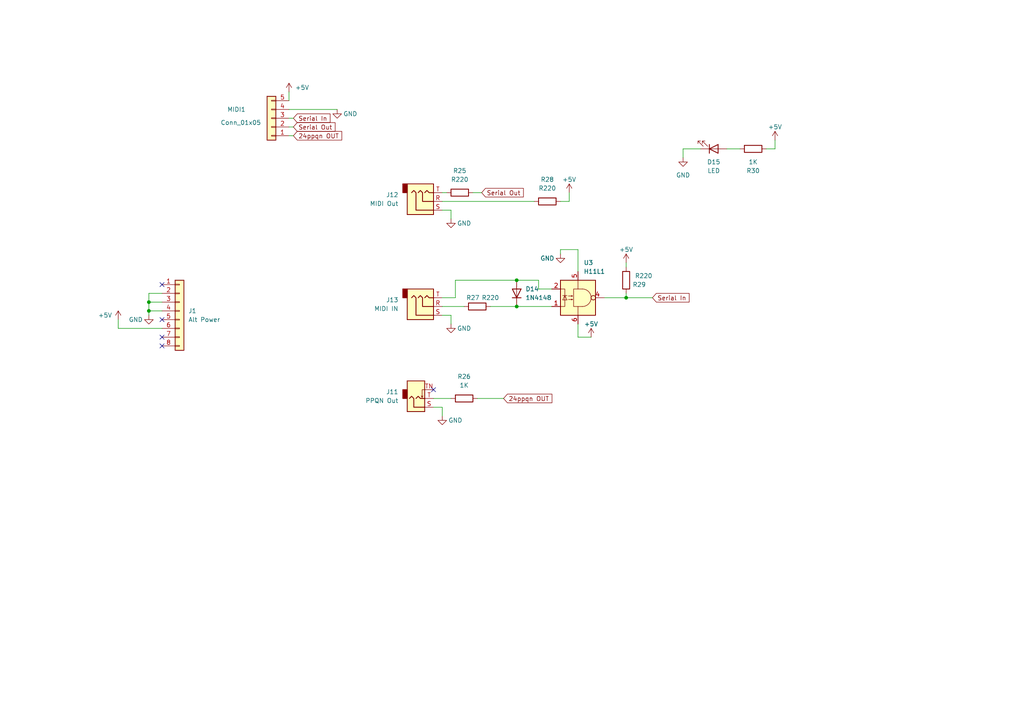
<source format=kicad_sch>
(kicad_sch (version 20211123) (generator eeschema)
  (paper "A4")
  (lib_symbols
    (symbol "Connector:AudioJack2_SwitchT"
      (property "Reference" "J" (at 0 8.89 0))
      (property "Value" "AudioJack2_SwitchT" (at 0 6.35 0))
      (symbol "AudioJack2_SwitchT_0_1"
        (rectangle (start -2.54 0) (end -3.81 -2.54) (stroke (width 0.254)) (fill (type outline)))
        (polyline (pts (xy 1.778 -0.254) (xy 2.032 -0.762)))
        (polyline (pts (xy 0 0) (xy 0.635 -0.635) (xy 1.27 0) (xy 2.54 0)) (stroke (width 0.254)))
        (polyline (pts (xy 2.54 -2.54) (xy 1.778 -2.54) (xy 1.778 -0.254) (xy 1.524 -0.762)))
        (polyline (pts (xy 2.54 2.54) (xy -0.635 2.54) (xy -0.635 0) (xy -1.27 -0.635) (xy -1.905 0)) (stroke (width 0.254)))
        (rectangle (start 2.54 3.81) (end -2.54 -5.08) (stroke (width 0.254)) (fill (type background)))
      )
      (symbol "AudioJack2_SwitchT_1_1"
        (pin passive line (at 5.08 2.54 180) (length 2.54) (name "~") (number "S"))
        (pin passive line (at 5.08 0 180) (length 2.54) (name "~") (number "T"))
        (pin passive line (at 5.08 -2.54 180) (length 2.54) (name "~") (number "TN"))
      )
    )
    (symbol "Connector:AudioJack3"
      (property "Reference" "J" (at 0 8.89 0))
      (property "Value" "AudioJack3" (at 0 6.35 0))
      (symbol "AudioJack3_0_1"
        (rectangle (start -5.08 -5.08) (end -6.35 -2.54) (stroke (width 0.254)) (fill (type outline)))
        (polyline (pts (xy 0 -2.54) (xy 0.635 -3.175) (xy 1.27 -2.54) (xy 2.54 -2.54)) (stroke (width 0.254)))
        (polyline (pts (xy -1.905 -2.54) (xy -1.27 -3.175) (xy -0.635 -2.54) (xy -0.635 0) (xy 2.54 0)) (stroke (width 0.254)))
        (polyline (pts (xy 2.54 2.54) (xy -2.54 2.54) (xy -2.54 -2.54) (xy -3.175 -3.175) (xy -3.81 -2.54)) (stroke (width 0.254)))
        (rectangle (start 2.54 3.81) (end -5.08 -5.08) (stroke (width 0.254)) (fill (type background)))
      )
      (symbol "AudioJack3_1_1"
        (pin passive line (at 5.08 0 180) (length 2.54) (name "~") (number "R"))
        (pin passive line (at 5.08 2.54 180) (length 2.54) (name "~") (number "S"))
        (pin passive line (at 5.08 -2.54 180) (length 2.54) (name "~") (number "T"))
      )
    )
    (symbol "Connector_Generic:Conn_01x05" (pin_names (offset 1.016) hide)
      (property "Reference" "J" (at 0 7.62 0))
      (property "Value" "Conn_01x05" (at 0 -7.62 0))
      (symbol "Conn_01x05_1_1"
        (rectangle (start -1.27 -4.953) (end 0 -5.207) (stroke (width 0.1524)))
        (rectangle (start -1.27 -2.413) (end 0 -2.667) (stroke (width 0.1524)))
        (rectangle (start -1.27 0.127) (end 0 -0.127) (stroke (width 0.1524)))
        (rectangle (start -1.27 2.667) (end 0 2.413) (stroke (width 0.1524)))
        (rectangle (start -1.27 5.207) (end 0 4.953) (stroke (width 0.1524)))
        (rectangle (start -1.27 6.35) (end 1.27 -6.35) (stroke (width 0.254)) (fill (type background)))
        (pin passive line (at -5.08 5.08 0) (length 3.81) (name "Pin_1") (number "1"))
        (pin passive line (at -5.08 2.54 0) (length 3.81) (name "Pin_2") (number "2"))
        (pin passive line (at -5.08 0 0) (length 3.81) (name "Pin_3") (number "3"))
        (pin passive line (at -5.08 -2.54 0) (length 3.81) (name "Pin_4") (number "4"))
        (pin passive line (at -5.08 -5.08 0) (length 3.81) (name "Pin_5") (number "5"))
      )
    )
    (symbol "Connector_Generic:Conn_01x08" (pin_names (offset 1.016) hide)
      (property "Reference" "J" (at 0 10.16 0))
      (property "Value" "Conn_01x08" (at 0 -12.7 0))
      (symbol "Conn_01x08_1_1"
        (rectangle (start -1.27 -10.033) (end 0 -10.287) (stroke (width 0.1524)))
        (rectangle (start -1.27 -7.493) (end 0 -7.747) (stroke (width 0.1524)))
        (rectangle (start -1.27 -4.953) (end 0 -5.207) (stroke (width 0.1524)))
        (rectangle (start -1.27 -2.413) (end 0 -2.667) (stroke (width 0.1524)))
        (rectangle (start -1.27 0.127) (end 0 -0.127) (stroke (width 0.1524)))
        (rectangle (start -1.27 2.667) (end 0 2.413) (stroke (width 0.1524)))
        (rectangle (start -1.27 5.207) (end 0 4.953) (stroke (width 0.1524)))
        (rectangle (start -1.27 7.747) (end 0 7.493) (stroke (width 0.1524)))
        (rectangle (start -1.27 8.89) (end 1.27 -11.43) (stroke (width 0.254)) (fill (type background)))
        (pin passive line (at -5.08 7.62 0) (length 3.81) (name "Pin_1") (number "1"))
        (pin passive line (at -5.08 5.08 0) (length 3.81) (name "Pin_2") (number "2"))
        (pin passive line (at -5.08 2.54 0) (length 3.81) (name "Pin_3") (number "3"))
        (pin passive line (at -5.08 0 0) (length 3.81) (name "Pin_4") (number "4"))
        (pin passive line (at -5.08 -2.54 0) (length 3.81) (name "Pin_5") (number "5"))
        (pin passive line (at -5.08 -5.08 0) (length 3.81) (name "Pin_6") (number "6"))
        (pin passive line (at -5.08 -7.62 0) (length 3.81) (name "Pin_7") (number "7"))
        (pin passive line (at -5.08 -10.16 0) (length 3.81) (name "Pin_8") (number "8"))
      )
    )
    (symbol "Device:D" (pin_numbers hide) (pin_names (offset 1.016) hide)
      (property "Reference" "D" (at 0 2.54 0))
      (property "Value" "D" (at 0 -2.54 0))
      (symbol "D_0_1"
        (polyline (pts (xy -1.27 1.27) (xy -1.27 -1.27)) (stroke (width 0.254)))
        (polyline (pts (xy 1.27 0) (xy -1.27 0)))
        (polyline (pts (xy 1.27 1.27) (xy 1.27 -1.27) (xy -1.27 0) (xy 1.27 1.27)) (stroke (width 0.254)))
      )
      (symbol "D_1_1"
        (pin passive line (at -3.81 0 0) (length 2.54) (name "K") (number "1"))
        (pin passive line (at 3.81 0 180) (length 2.54) (name "A") (number "2"))
      )
    )
    (symbol "Device:LED" (pin_numbers hide) (pin_names (offset 1.016) hide)
      (property "Reference" "D" (at 0 2.54 0))
      (property "Value" "LED" (at 0 -2.54 0))
      (symbol "LED_0_1"
        (polyline (pts (xy -1.27 -1.27) (xy -1.27 1.27)) (stroke (width 0.254)))
        (polyline (pts (xy -1.27 0) (xy 1.27 0)))
        (polyline (pts (xy 1.27 -1.27) (xy 1.27 1.27) (xy -1.27 0) (xy 1.27 -1.27)) (stroke (width 0.254)))
        (polyline (pts (xy -3.048 -0.762) (xy -4.572 -2.286) (xy -3.81 -2.286) (xy -4.572 -2.286) (xy -4.572 -1.524)))
        (polyline (pts (xy -1.778 -0.762) (xy -3.302 -2.286) (xy -2.54 -2.286) (xy -3.302 -2.286) (xy -3.302 -1.524)))
      )
      (symbol "LED_1_1"
        (pin passive line (at -3.81 0 0) (length 2.54) (name "K") (number "1"))
        (pin passive line (at 3.81 0 180) (length 2.54) (name "A") (number "2"))
      )
    )
    (symbol "Device:R" (pin_numbers hide) (pin_names (offset 0))
      (property "Reference" "R" (at 2.032 0 90))
      (property "Value" "R" (at 0 0 90))
      (symbol "R_0_1"
        (rectangle (start -1.016 -2.54) (end 1.016 2.54) (stroke (width 0.254)))
      )
      (symbol "R_1_1"
        (pin passive line (at 0 3.81 270) (length 1.27) (name "~") (number "1"))
        (pin passive line (at 0 -3.81 90) (length 1.27) (name "~") (number "2"))
      )
    )
    (symbol "Isolator:H11L1" (pin_names (offset 1.016))
      (property "Reference" "U" (at 1.27 8.89 0))
      (property "Value" "H11L1" (at 1.27 6.35 0))
      (symbol "H11L1_0_1"
        (rectangle (start -5.08 5.08) (end 5.08 -5.08) (stroke (width 0.254)) (fill (type background)))
        (polyline (pts (xy -4.445 -0.635) (xy -3.175 -0.635)))
        (polyline (pts (xy 0 2.54) (xy 0 5.08)))
        (polyline (pts (xy 0 -2.54) (xy 0 -5.08) (xy 0 -3.81)))
        (polyline (pts (xy -5.08 -2.54) (xy -3.81 -2.54) (xy -3.81 2.54) (xy -5.08 2.54)))
        (polyline (pts (xy -3.81 -0.635) (xy -4.445 0.635) (xy -3.175 0.635) (xy -3.81 -0.635)))
        (polyline (pts (xy 1.27 -2.54) (xy -1.27 -2.54) (xy -1.27 2.54) (xy 1.27 2.54)))
        (polyline (pts (xy -2.794 -0.508) (xy -1.524 -0.508) (xy -1.905 -0.635) (xy -1.905 -0.381) (xy -1.524 -0.508)))
        (polyline (pts (xy -2.794 0.508) (xy -1.524 0.508) (xy -1.905 0.381) (xy -1.905 0.635) (xy -1.524 0.508)))
        (arc (start 1.27 -2.54) (mid 3.81 0) (end 1.27 2.54))
      )
      (symbol "H11L1_1_1"
        (pin passive line (at -7.62 2.54 0) (length 2.54) (name "~") (number "1"))
        (pin passive line (at -7.62 -2.54 0) (length 2.54) (name "~") (number "2"))
        (pin no_connect line (at -5.08 0 0) (length 2.54) hide (name "~") (number "3"))
        (pin output inverted (at 7.62 0 180) (length 3.81) (name "~") (number "4"))
        (pin power_in line (at 0 -7.62 90) (length 2.54) (name "~") (number "5"))
        (pin power_in line (at 0 7.62 270) (length 2.54) (name "~") (number "6"))
      )
    )
    (symbol "power:+5V" (power) (pin_names (offset 0))
      (property "Value" "+5V" (at 0 3.556 0))
      (symbol "+5V_0_1"
        (polyline (pts (xy -0.762 1.27) (xy 0 2.54)))
        (polyline (pts (xy 0 0) (xy 0 2.54)))
        (polyline (pts (xy 0 2.54) (xy 0.762 1.27)))
      )
      (symbol "+5V_1_1"
        (pin power_in line (at 0 0 90) (length 0) hide (name "+5V") (number "1"))
      )
    )
    (symbol "power:GND" (power) (pin_names (offset 0))
      (property "Value" "GND" (at 0 -3.81 0))
      (symbol "GND_0_1"
        (polyline (pts (xy 0 0) (xy 0 -1.27) (xy 1.27 -1.27) (xy 0 -2.54) (xy -1.27 -1.27) (xy 0 -1.27)))
      )
      (symbol "GND_1_1"
        (pin power_in line (at 0 0 270) (length 0) hide (name "GND") (number "1"))
      )
    )
  )
  (junction (at 181.61 86.36))
  (junction (at 149.86 88.9))
  (junction (at 43.18 87.63))
  (junction (at 149.86 81.28))
  (junction (at 43.18 90.17))
  (no_connect (at 46.99 82.55))
  (no_connect (at 46.99 97.79))
  (no_connect (at 125.73 113.03))
  (no_connect (at 46.99 92.71))
  (no_connect (at 46.99 100.33))
  (wire (pts (xy 167.64 93.98) (xy 167.64 97.79)))
  (wire (pts (xy 149.86 81.28) (xy 156.21 81.28)))
  (wire (pts (xy 128.27 86.36) (xy 132.08 86.36)))
  (wire (pts (xy 181.61 85.09) (xy 181.61 86.36)))
  (wire (pts (xy 132.08 86.36) (xy 132.08 81.28)))
  (wire (pts (xy 43.18 87.63) (xy 43.18 90.17)))
  (wire (pts (xy 222.25 43.18) (xy 224.79 43.18)))
  (wire (pts (xy 125.73 115.57) (xy 130.81 115.57)))
  (wire (pts (xy 142.24 88.9) (xy 149.86 88.9)))
  (wire (pts (xy 128.27 55.88) (xy 129.54 55.88)))
  (wire (pts (xy 181.61 76.2) (xy 181.61 77.47)))
  (wire (pts (xy 34.29 92.71) (xy 34.29 95.25)))
  (wire (pts (xy 162.56 72.39) (xy 167.64 72.39)))
  (wire (pts (xy 128.27 88.9) (xy 134.62 88.9)))
  (wire (pts (xy 165.1 55.88) (xy 165.1 58.42)))
  (wire (pts (xy 162.56 73.66) (xy 162.56 72.39)))
  (wire (pts (xy 137.16 55.88) (xy 139.7 55.88)))
  (wire (pts (xy 43.18 87.63) (xy 46.99 87.63)))
  (wire (pts (xy 128.27 118.11) (xy 125.73 118.11)))
  (wire (pts (xy 43.18 90.17) (xy 43.18 91.44)))
  (wire (pts (xy 128.27 118.11) (xy 128.27 120.65)))
  (wire (pts (xy 181.61 86.36) (xy 189.23 86.36)))
  (wire (pts (xy 83.82 26.67) (xy 83.82 29.21)))
  (wire (pts (xy 43.18 85.09) (xy 43.18 87.63)))
  (wire (pts (xy 198.12 43.18) (xy 198.12 45.72)))
  (wire (pts (xy 198.12 43.18) (xy 203.2 43.18)))
  (wire (pts (xy 160.02 83.82) (xy 156.21 83.82)))
  (wire (pts (xy 130.81 91.44) (xy 128.27 91.44)))
  (wire (pts (xy 224.79 40.64) (xy 224.79 43.18)))
  (wire (pts (xy 181.61 86.36) (xy 175.26 86.36)))
  (wire (pts (xy 167.64 97.79) (xy 171.45 97.79)))
  (wire (pts (xy 130.81 60.96) (xy 128.27 60.96)))
  (wire (pts (xy 46.99 90.17) (xy 43.18 90.17)))
  (wire (pts (xy 132.08 81.28) (xy 149.86 81.28)))
  (wire (pts (xy 210.82 43.18) (xy 214.63 43.18)))
  (wire (pts (xy 162.56 58.42) (xy 165.1 58.42)))
  (wire (pts (xy 156.21 83.82) (xy 156.21 81.28)))
  (wire (pts (xy 138.43 115.57) (xy 146.05 115.57)))
  (wire (pts (xy 83.82 39.37) (xy 85.09 39.37)))
  (wire (pts (xy 83.82 31.75) (xy 97.79 31.75)))
  (wire (pts (xy 83.82 34.29) (xy 85.09 34.29)))
  (wire (pts (xy 128.27 58.42) (xy 154.94 58.42)))
  (wire (pts (xy 34.29 95.25) (xy 46.99 95.25)))
  (wire (pts (xy 46.99 85.09) (xy 43.18 85.09)))
  (wire (pts (xy 149.86 88.9) (xy 160.02 88.9)))
  (wire (pts (xy 83.82 36.83) (xy 85.09 36.83)))
  (wire (pts (xy 130.81 91.44) (xy 130.81 93.98)))
  (wire (pts (xy 167.64 72.39) (xy 167.64 78.74)))
  (wire (pts (xy 130.81 60.96) (xy 130.81 63.5)))
  (global_label "Serial In" (shape input) (at 189.23 86.36 0) (property "Intersheet References" "${INTERSHEET_REFS}" (effects hide)))
  (global_label "24ppqn OUT" (shape input) (at 146.05 115.57 0) (property "Intersheet References" "${INTERSHEET_REFS}" (effects hide)))
  (global_label "24ppqn OUT" (shape input) (at 85.09 39.37 0) (property "Intersheet References" "${INTERSHEET_REFS}" (effects hide)))
  (global_label "Serial Out" (shape input) (at 139.7 55.88 0) (property "Intersheet References" "${INTERSHEET_REFS}" (effects hide)))
  (global_label "Serial Out" (shape input) (at 85.09 36.83 0) (property "Intersheet References" "${INTERSHEET_REFS}" (effects hide)))
  (global_label "Serial In" (shape input) (at 85.09 34.29 0) (property "Intersheet References" "${INTERSHEET_REFS}" (effects hide)))
  (symbol (lib_id "Connector:AudioJack3") (at 123.19 58.42 0) (mirror x) (unit 1)
    (property "Reference" "J12" (at 115.57 56.5149 0) (effects (justify right)))
    (property "Value" "MIDI Out" (at 115.57 59.0549 0) (effects (justify right)))
    (property "Footprint" "SitkaLib:PJ301CM" (effects hide))
  )
  (symbol (lib_id "power:+5V") (at 165.1 55.88 0) (unit 1)
    (property "Reference" "#PWR0143" (effects hide))
    (property "Value" "+5V" (at 165.1 52.07 0))
  )
  (symbol (lib_id "Device:R") (at 133.35 55.88 90) (unit 1)
    (property "Reference" "R25" (at 133.35 49.53 90))
    (property "Value" "R220" (at 133.35 52.07 90))
    (property "Footprint" "Resistor_SMD:R_0805_2012Metric" (effects hide))
  )
  (symbol (lib_id "Device:LED") (at 207.01 43.18 0) (mirror x) (unit 1)
    (property "Reference" "D15" (at 207.01 46.99 0))
    (property "Value" "LED" (at 207.01 49.53 0))
    (property "Footprint" "gtoe:FlatTopLed" (effects hide))
  )
  (symbol (lib_id "power:+5V") (at 171.45 97.79 0) (unit 1)
    (property "Reference" "#PWR0151" (effects hide))
    (property "Value" "+5V" (at 171.45 93.98 0))
  )
  (symbol (lib_id "Connector_Generic:Conn_01x08") (at 52.07 90.17 0) (unit 1)
    (property "Reference" "J1" (at 54.61 90.1699 0) (effects (justify left)))
    (property "Value" "Alt Power" (at 54.61 92.7099 0) (effects (justify left)))
    (property "Footprint" "Connector_PinSocket_2.54mm:PinSocket_1x08_P2.54mm_Vertical" (effects hide))
  )
  (symbol (lib_id "Isolator:H11L1") (at 167.64 86.36 0) (mirror x) (unit 1)
    (property "Reference" "U3" (at 169.2911 76.2 0) (effects (justify left)))
    (property "Value" "H11L1" (at 169.2911 78.74 0) (effects (justify left)))
    (property "Footprint" "Package_DIP:DIP-6_W7.62mm_Socket" (effects hide))
    (property "Datasheet" "https://www.onsemi.com/pub/Collateral/H11L3M-D.PDF" (effects hide))
  )
  (symbol (lib_id "Device:R") (at 218.44 43.18 90) (mirror x) (unit 1)
    (property "Reference" "R30" (at 218.44 49.53 90))
    (property "Value" "1K" (at 218.44 46.99 90))
    (property "Footprint" "Resistor_SMD:R_0805_2012Metric" (effects hide))
  )
  (symbol (lib_id "power:+5V") (at 181.61 76.2 0) (unit 1)
    (property "Reference" "#PWR0153" (effects hide))
    (property "Value" "+5V" (at 181.61 72.39 0))
  )
  (symbol (lib_id "Device:R") (at 181.61 81.28 180) (unit 1)
    (property "Reference" "R29" (at 185.42 82.55 0))
    (property "Value" "R220" (at 186.69 80.01 0))
    (property "Footprint" "Resistor_SMD:R_0805_2012Metric" (effects hide))
  )
  (symbol (lib_id "power:GND") (at 128.27 120.65 0) (unit 1)
    (property "Reference" "#PWR0141" (effects hide))
    (property "Value" "GND" (at 132.08 121.92 0))
  )
  (symbol (lib_id "power:GND") (at 130.81 63.5 0) (unit 1)
    (property "Reference" "#PWR0142" (effects hide))
    (property "Value" "GND" (at 134.62 64.77 0))
  )
  (symbol (lib_id "Device:R") (at 138.43 88.9 90) (unit 1)
    (property "Reference" "R27" (at 137.16 86.36 90))
    (property "Value" "R220" (at 142.24 86.36 90))
    (property "Footprint" "Resistor_SMD:R_0805_2012Metric" (effects hide))
  )
  (symbol (lib_id "power:GND") (at 198.12 45.72 0) (mirror y) (unit 1)
    (property "Reference" "#PWR0150" (effects hide))
    (property "Value" "GND" (at 198.12 50.8 0))
  )
  (symbol (lib_id "power:GND") (at 162.56 73.66 0) (unit 1)
    (property "Reference" "#PWR0152" (effects hide))
    (property "Value" "GND" (at 158.75 74.93 0))
  )
  (symbol (lib_id "power:+5V") (at 224.79 40.64 0) (unit 1)
    (property "Reference" "#PWR0154" (effects hide))
    (property "Value" "+5V" (at 224.79 36.83 0))
  )
  (symbol (lib_id "Connector:AudioJack2_SwitchT") (at 120.65 115.57 0) (mirror x) (unit 1)
    (property "Reference" "J11" (at 115.57 113.6649 0) (effects (justify right)))
    (property "Value" "PPQN Out" (at 115.57 116.2049 0) (effects (justify right)))
    (property "Footprint" "gtoe:thonkiconn" (effects hide))
  )
  (symbol (lib_id "Device:D") (at 149.86 85.09 270) (mirror x) (unit 1)
    (property "Reference" "D14" (at 152.4 83.8199 90) (effects (justify left)))
    (property "Value" "1N4148" (at 152.4 86.3599 90) (effects (justify left)))
    (property "Footprint" "Diode_SMD:D_SOD-123" (effects hide))
  )
  (symbol (lib_id "Device:R") (at 134.62 115.57 90) (unit 1)
    (property "Reference" "R26" (at 134.62 109.22 90))
    (property "Value" "1K" (at 134.62 111.76 90))
    (property "Footprint" "Resistor_SMD:R_0805_2012Metric" (effects hide))
  )
  (symbol (lib_id "Connector:AudioJack3") (at 123.19 88.9 0) (mirror x) (unit 1)
    (property "Reference" "J13" (at 115.57 86.9949 0) (effects (justify right)))
    (property "Value" "MIDI IN" (at 115.57 89.5349 0) (effects (justify right)))
    (property "Footprint" "SitkaLib:PJ301CM" (effects hide))
  )
  (symbol (lib_id "power:GND") (at 130.81 93.98 0) (unit 1)
    (property "Reference" "#PWR0140" (effects hide))
    (property "Value" "GND" (at 134.62 95.25 0))
  )
  (symbol (lib_id "Connector_Generic:Conn_01x05") (at 78.74 34.29 180) (unit 1)
    (property "Reference" "MIDI1" (at 68.58 31.75 0))
    (property "Value" "Conn_01x05" (at 69.85 35.56 0))
    (property "Footprint" "Connector_PinHeader_2.54mm:PinHeader_1x05_P2.54mm_Vertical" (effects hide))
  )
  (symbol (lib_id "power:+5V") (at 83.82 26.67 0) (unit 1)
    (property "Reference" "#PWR0149" (effects hide))
    (property "Value" "+5V" (at 87.63 25.4 0))
  )
  (symbol (lib_id "Device:R") (at 158.75 58.42 90) (unit 1)
    (property "Reference" "R28" (at 158.75 52.07 90))
    (property "Value" "R220" (at 158.75 54.61 90))
    (property "Footprint" "Resistor_SMD:R_0805_2012Metric" (effects hide))
  )
  (symbol (lib_id "power:GND") (at 43.18 91.44 0) (unit 1)
    (property "Reference" "#PWR02" (effects hide))
    (property "Value" "GND" (at 39.37 92.71 0))
  )
  (symbol (lib_id "power:+5V") (at 34.29 92.71 0) (unit 1)
    (property "Reference" "#PWR01" (effects hide))
    (property "Value" "+5V" (at 30.48 91.44 0))
  )
  (symbol (lib_id "power:GND") (at 97.79 31.75 0) (unit 1)
    (property "Reference" "#PWR0148" (effects hide))
    (property "Value" "GND" (at 101.6 33.02 0))
  )
)
</source>
